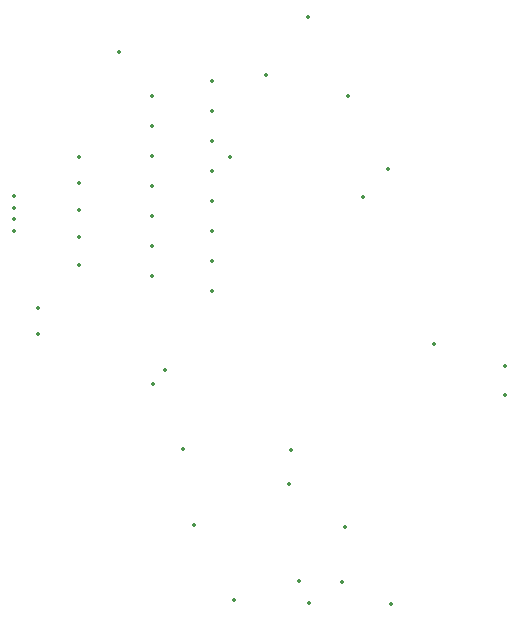
<source format=gbr>
%TF.GenerationSoftware,KiCad,Pcbnew,7.0.5-0*%
%TF.CreationDate,2024-11-17T18:20:44-05:00*%
%TF.ProjectId,PCB_design,5043425f-6465-4736-9967-6e2e6b696361,rev?*%
%TF.SameCoordinates,Original*%
%TF.FileFunction,Legend,Bot*%
%TF.FilePolarity,Positive*%
%FSLAX46Y46*%
G04 Gerber Fmt 4.6, Leading zero omitted, Abs format (unit mm)*
G04 Created by KiCad (PCBNEW 7.0.5-0) date 2024-11-17 18:20:44*
%MOMM*%
%LPD*%
G01*
G04 APERTURE LIST*
%ADD10C,0.350000*%
G04 APERTURE END LIST*
D10*
X111965000Y-51265000D03*
X108615000Y-45045000D03*
X98895000Y-87725000D03*
X108115000Y-86155500D03*
X115825000Y-66015000D03*
X89205000Y-41335000D03*
X109875000Y-53625000D03*
X101625000Y-43265000D03*
X93090000Y-68270000D03*
X95575000Y-81365000D03*
X92105000Y-69415000D03*
X112245000Y-88065000D03*
X105310000Y-87980000D03*
X105185000Y-38335000D03*
X103775000Y-75005000D03*
X98575000Y-50215000D03*
X104435000Y-86135000D03*
X108325000Y-81525000D03*
X103585000Y-77925000D03*
X94605000Y-74955000D03*
X85815000Y-56985000D03*
X97035000Y-61545000D03*
X91955000Y-60275000D03*
X97035000Y-59005000D03*
X91955000Y-57735000D03*
X97035000Y-56465000D03*
X91955000Y-55195000D03*
X97035000Y-53925000D03*
X91955000Y-52655000D03*
X97035000Y-51385000D03*
X91955000Y-50115000D03*
X97035000Y-48845000D03*
X91955000Y-47575000D03*
X97035000Y-46305000D03*
X91955000Y-45035000D03*
X97035000Y-43765000D03*
X80345000Y-56495000D03*
X80345000Y-55495000D03*
X80345000Y-54495000D03*
X80345000Y-53495000D03*
X82315000Y-63005000D03*
X121902500Y-67885000D03*
X121902500Y-70385000D03*
X82305000Y-65195000D03*
X85845000Y-54685000D03*
X85785000Y-59365000D03*
X85845000Y-52435000D03*
X85845000Y-50245000D03*
M02*

</source>
